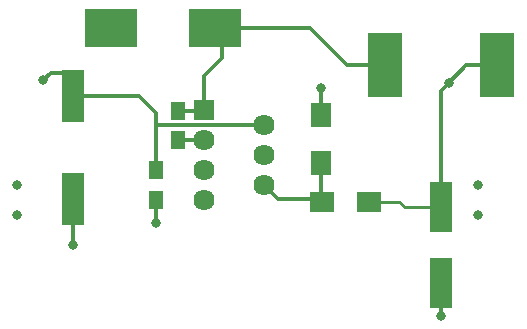
<source format=gbr>
%TF.GenerationSoftware,KiCad,Pcbnew,(5.1.10-1-10_14)*%
%TF.CreationDate,2021-10-31T04:10:36-04:00*%
%TF.ProjectId,Readout-DC-Board,52656164-6f75-4742-9d44-432d426f6172,rev?*%
%TF.SameCoordinates,Original*%
%TF.FileFunction,Copper,L1,Top*%
%TF.FilePolarity,Positive*%
%FSLAX46Y46*%
G04 Gerber Fmt 4.6, Leading zero omitted, Abs format (unit mm)*
G04 Created by KiCad (PCBNEW (5.1.10-1-10_14)) date 2021-10-31 04:10:36*
%MOMM*%
%LPD*%
G01*
G04 APERTURE LIST*
%TA.AperFunction,SMDPad,CuDef*%
%ADD10R,3.000000X5.500000*%
%TD*%
%TA.AperFunction,SMDPad,CuDef*%
%ADD11R,1.900000X4.400000*%
%TD*%
%TA.AperFunction,SMDPad,CuDef*%
%ADD12R,1.250000X1.500000*%
%TD*%
%TA.AperFunction,SMDPad,CuDef*%
%ADD13R,1.900000X4.200000*%
%TD*%
%TA.AperFunction,ComponentPad*%
%ADD14R,4.500000X3.300000*%
%TD*%
%TA.AperFunction,SMDPad,CuDef*%
%ADD15R,1.700000X2.000000*%
%TD*%
%TA.AperFunction,SMDPad,CuDef*%
%ADD16R,2.000000X1.700000*%
%TD*%
%TA.AperFunction,ComponentPad*%
%ADD17C,1.790000*%
%TD*%
%TA.AperFunction,ComponentPad*%
%ADD18R,1.790000X1.790000*%
%TD*%
%TA.AperFunction,ViaPad*%
%ADD19C,0.800000*%
%TD*%
%TA.AperFunction,Conductor*%
%ADD20C,0.304800*%
%TD*%
%TA.AperFunction,Conductor*%
%ADD21C,0.250000*%
%TD*%
G04 APERTURE END LIST*
D10*
%TO.P,L1,2*%
%TO.N,Net-(C3-Pad1)*%
X109550000Y-104140000D03*
%TO.P,L1,1*%
%TO.N,Net-(C4-Pad1)*%
X119050000Y-104140000D03*
%TD*%
D11*
%TO.P,C1,2*%
%TO.N,GND*%
X83185000Y-115475000D03*
%TO.P,C1,1*%
%TO.N,Net-(C1-Pad1)*%
X83185000Y-106775000D03*
%TD*%
D12*
%TO.P,C2,1*%
%TO.N,Net-(C1-Pad1)*%
X90170000Y-113050000D03*
%TO.P,C2,2*%
%TO.N,GND*%
X90170000Y-115550000D03*
%TD*%
%TO.P,C3,1*%
%TO.N,Net-(C3-Pad1)*%
X92075000Y-107990000D03*
%TO.P,C3,2*%
%TO.N,Net-(C3-Pad2)*%
X92075000Y-110490000D03*
%TD*%
D13*
%TO.P,C4,2*%
%TO.N,GND*%
X114300000Y-122580000D03*
%TO.P,C4,1*%
%TO.N,Net-(C4-Pad1)*%
X114300000Y-116180000D03*
%TD*%
D14*
%TO.P,D1,1*%
%TO.N,Net-(C3-Pad1)*%
X95205000Y-100965000D03*
%TO.P,D1,2*%
%TO.N,GND*%
X86405000Y-100965000D03*
%TD*%
D15*
%TO.P,R1,1*%
%TO.N,GND*%
X104140000Y-108395000D03*
%TO.P,R1,2*%
%TO.N,Net-(R1-Pad2)*%
X104140000Y-112395000D03*
%TD*%
D16*
%TO.P,R2,1*%
%TO.N,Net-(C4-Pad1)*%
X108204000Y-115697000D03*
%TO.P,R2,2*%
%TO.N,Net-(R1-Pad2)*%
X104204000Y-115697000D03*
%TD*%
D17*
%TO.P,U1,7*%
%TO.N,Net-(U1-Pad7)*%
X94267500Y-115570000D03*
%TO.P,U1,6*%
%TO.N,Net-(R1-Pad2)*%
X99347500Y-114300000D03*
%TO.P,U1,5*%
%TO.N,N/C*%
X94267500Y-113030000D03*
%TO.P,U1,4*%
%TO.N,GND*%
X99347500Y-111760000D03*
%TO.P,U1,3*%
%TO.N,Net-(C3-Pad2)*%
X94267500Y-110490000D03*
%TO.P,U1,2*%
%TO.N,Net-(C1-Pad1)*%
X99347500Y-109220000D03*
D18*
%TO.P,U1,1*%
%TO.N,Net-(C3-Pad1)*%
X94267500Y-107950000D03*
%TD*%
D19*
%TO.N,Net-(C1-Pad1)*%
X80645000Y-105410000D03*
%TO.N,GND*%
X90170000Y-117475000D03*
X83185000Y-119380000D03*
X104140000Y-106045000D03*
X114300000Y-125425200D03*
X117449600Y-116840000D03*
X117449600Y-114300000D03*
X78435200Y-114300000D03*
X78435200Y-116840000D03*
%TO.N,Net-(C4-Pad1)*%
X114947700Y-105651300D03*
%TD*%
D20*
%TO.N,Net-(C1-Pad1)*%
X80645000Y-105410000D02*
X81280000Y-104775000D01*
X81280000Y-104775000D02*
X83185000Y-104775000D01*
D21*
X83191600Y-106781600D02*
X83185000Y-106775000D01*
D20*
X88766400Y-106775000D02*
X83185000Y-106775000D01*
X90170000Y-108178600D02*
X88766400Y-106775000D01*
X99347500Y-109220000D02*
X90297000Y-109220000D01*
X90170000Y-109347000D02*
X90170000Y-108178600D01*
D21*
X90297000Y-109220000D02*
X90170000Y-109347000D01*
D20*
X90170000Y-113050000D02*
X90170000Y-109347000D01*
%TO.N,GND*%
X90170000Y-115550000D02*
X90170000Y-117475000D01*
X83185000Y-115475000D02*
X83185000Y-119380000D01*
X104140000Y-108395000D02*
X104140000Y-106045000D01*
X114300000Y-122580000D02*
X114300000Y-125425200D01*
D21*
%TO.N,Net-(C3-Pad1)*%
X94227500Y-107990000D02*
X94267500Y-107950000D01*
D20*
X92075000Y-107990000D02*
X94227500Y-107990000D01*
X95805000Y-103508800D02*
X95805000Y-100965000D01*
X94267500Y-105046300D02*
X95805000Y-103508800D01*
X94267500Y-107950000D02*
X94267500Y-105046300D01*
X109550000Y-104140000D02*
X106375200Y-104140000D01*
X103200200Y-100965000D02*
X95805000Y-100965000D01*
X106375200Y-104140000D02*
X103200200Y-100965000D01*
%TO.N,Net-(C3-Pad2)*%
X92075000Y-110490000D02*
X94267500Y-110490000D01*
%TO.N,Net-(C4-Pad1)*%
X119050000Y-104140000D02*
X116459000Y-104140000D01*
X114300000Y-106299000D02*
X114300000Y-116180000D01*
X116459000Y-104140000D02*
X114947700Y-105651300D01*
X114947700Y-105651300D02*
X114300000Y-106299000D01*
D21*
X111227000Y-116180000D02*
X114300000Y-116180000D01*
X110744000Y-115697000D02*
X111227000Y-116180000D01*
X108204000Y-115697000D02*
X110744000Y-115697000D01*
D20*
%TO.N,Net-(R1-Pad2)*%
X104140000Y-112395000D02*
X104140000Y-115475000D01*
X99347500Y-114300000D02*
X100515900Y-115468400D01*
D21*
X104133400Y-115468400D02*
X104140000Y-115475000D01*
D20*
X100515900Y-115468400D02*
X104133400Y-115468400D01*
%TD*%
M02*

</source>
